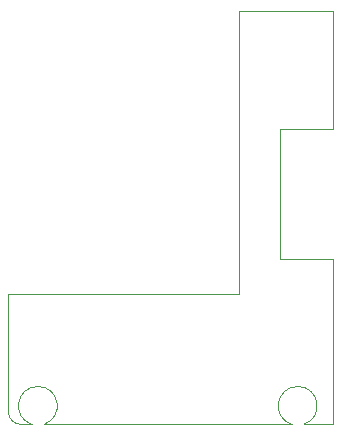
<source format=gbr>
G04 #@! TF.GenerationSoftware,KiCad,Pcbnew,8.0.0-rc1-52-g27482ef8a0*
G04 #@! TF.CreationDate,2024-01-20T20:33:33+01:00*
G04 #@! TF.ProjectId,test,74657374-2e6b-4696-9361-645f70636258,rev?*
G04 #@! TF.SameCoordinates,Original*
G04 #@! TF.FileFunction,Profile,NP*
%FSLAX46Y46*%
G04 Gerber Fmt 4.6, Leading zero omitted, Abs format (unit mm)*
G04 Created by KiCad (PCBNEW 8.0.0-rc1-52-g27482ef8a0) date 2024-01-20 20:33:33*
%MOMM*%
%LPD*%
G01*
G04 APERTURE LIST*
G04 #@! TA.AperFunction,Profile*
%ADD10C,0.050000*%
G04 #@! TD*
G04 APERTURE END LIST*
D10*
X42810000Y-122930000D02*
G75*
G02*
X41780000Y-121900000I0J1030000D01*
G01*
X65750000Y-122934062D02*
G75*
G02*
X66794227Y-122934061I522113J1560432D01*
G01*
X65750000Y-122934062D02*
X44794227Y-122934062D01*
X43750000Y-122934061D02*
G75*
G02*
X44794227Y-122934062I522114J1560431D01*
G01*
X69265800Y-122936000D02*
X69265800Y-108940600D01*
X41783000Y-111887000D02*
X41780000Y-121900000D01*
X64744600Y-97942400D02*
X69291200Y-97942400D01*
X42810000Y-122930000D02*
X43750000Y-122934062D01*
X61290200Y-111887000D02*
X41783000Y-111887000D01*
X64744600Y-108940600D02*
X64744600Y-97942400D01*
X69291200Y-97942400D02*
X69291200Y-87934800D01*
X69265800Y-122936000D02*
X66794227Y-122934062D01*
X61290200Y-87934800D02*
X61290200Y-111887000D01*
X69291200Y-87934800D02*
X61290200Y-87934800D01*
X69265800Y-108940600D02*
X64744600Y-108940600D01*
M02*

</source>
